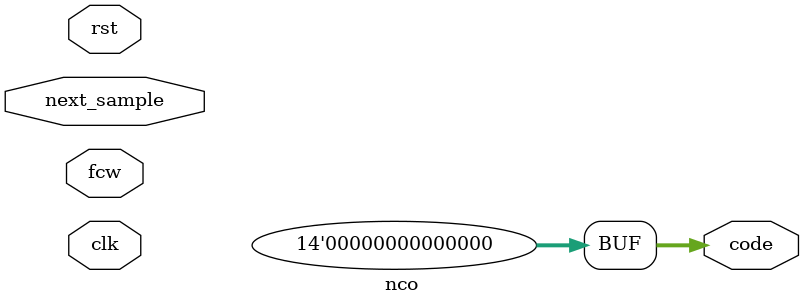
<source format=v>
module nco(
    input clk,
    input rst,
    input [23:0] fcw,
    input next_sample,
    output [13:0] code
);
    assign code = 0;
endmodule

</source>
